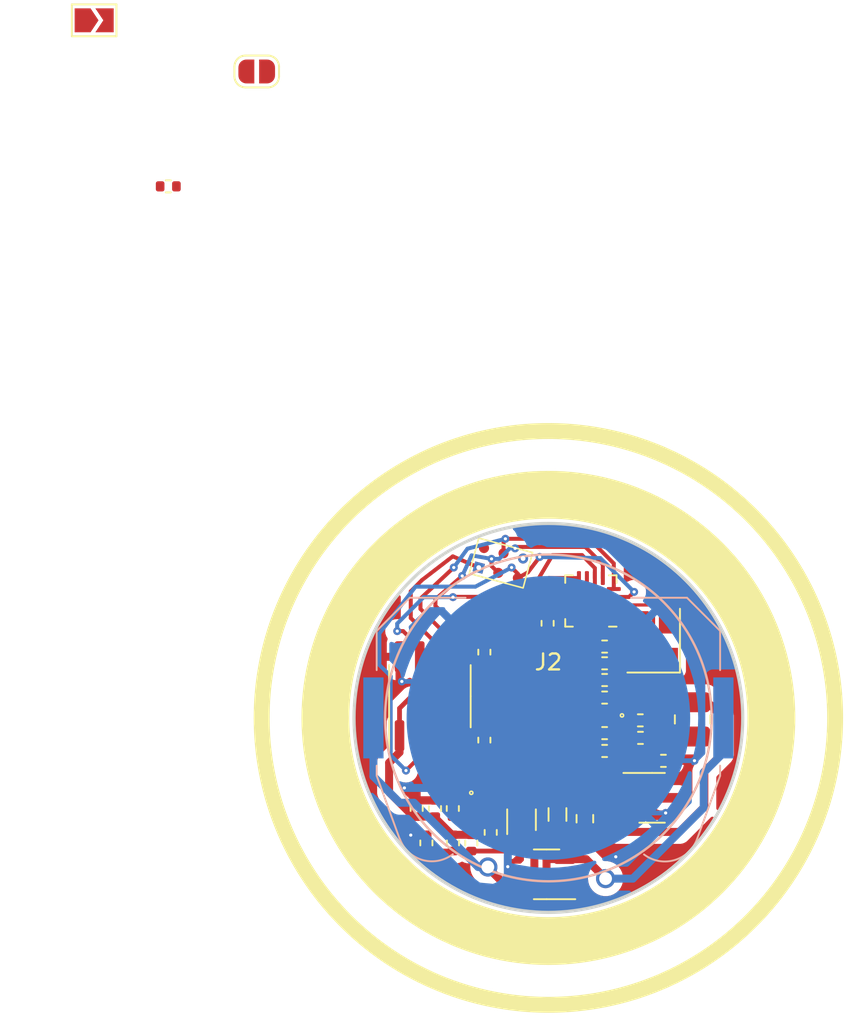
<source format=kicad_pcb>
(kicad_pcb (version 20240108) (generator "pcbnew") (generator_version "8.0")
  (layers (0 "F.Cu" signal) (31 "B.Cu" signal) (34 "B.Paste" user) (35 "F.Paste" user) (36 "B.SilkS" user "B.Silkscreen") (37 "F.SilkS" user "F.Silkscreen") (38 "B.Mask" user) (39 "F.Mask" user) (44 "Edge.Cuts" user))
  (net 0 "")
  (net 1 "Net-(BT1-+)")
  (net 2 "GND")
  (net 3 "Net-(BZ1-+)")
  (net 4 "+3V3")
  (net 5 "/~{TX_EN}")
  (net 6 "Net-(C7-Pad1)")
  (net 7 "Net-(U3-FB)")
  (net 8 "Net-(D1-K)")
  (net 9 "Net-(D1-A)")
  (net 10 "/MCU_UPDI")
  (net 11 "/MCU_SDA")
  (net 12 "/MCU_SCL")
  (net 13 "/MCU_DAC0")
  (net 14 "Net-(U3-SW)")
  (net 15 "Net-(Q1-D)")
  (net 16 "Net-(Q1-G)")
  (net 17 "Net-(U2-XA)")
  (net 18 "Net-(U2-XB)")
  (net 21 "Net-(D2-OUT)")
  (net 22 "Net-(D3-K)")
  (net 24 "/CLK3")
  (net 25 "/CLK3_T")
  (footprint "Inductor_SMD:L_1008_2520Metric" (layer "F.Cu") (at 84.67 104.01 90)
    (property "Reference" "L1" (hide yes))
    (property "Value" "220uH")
    (fp_line (start -0.261249 -1.110001) (end 0.261252 -1.11) (stroke (width 0.12)) (layer "F.SilkS"))
    (fp_line (start -0.261252 1.11) (end 0.261249 1.110001) (stroke (width 0.12)) (layer "F.SilkS"))
    (pad "1" smd roundrect (at -1.075002 0.000001 90) (size 1.25 2.2) (layers "F.Cu" "F.Paste" "F.Mask") (roundrect_rratio 0.2) (net 6 "Net-(C7-Pad1)"))
    (pad "2" smd roundrect (at 1.075002 -0.000001 90) (size 1.25 2.2) (layers "F.Cu" "F.Paste" "F.Mask") (roundrect_rratio 0.2) (net 4 "+3V3"))
  )
  (footprint "Library:Case_CR2032" (layer "F.Cu") (at 75.62 103.916925)
    (property "Reference" "U4" (hide yes))
    (property "Value" "~" (hide yes))
    (fp_circle (center 0 0) (end 14 0) (stroke (width 3)) (fill none) (layer "F.SilkS"))
    (fp_circle (center 0 0) (end 18 0) (stroke (width 1)) (fill none) (layer "F.SilkS"))
  )
  (footprint "Resistor_SMD:R_0402_1005Metric" (layer "F.Cu") (at 79.15 104.87)
    (property "Reference" "R6" (hide yes))
    (property "Value" "10")
    (fp_line (start -0.153639 -0.379998) (end 0.153639 -0.379998) (stroke (width 0.12)) (layer "F.SilkS"))
    (fp_line (start -0.153639 0.379998) (end 0.153639 0.379998) (stroke (width 0.12)) (layer "F.SilkS"))
    (pad "1" smd roundrect (at -0.51 -0.000001) (size 0.54 0.64) (layers "F.Cu" "F.Paste" "F.Mask") (net 9 "Net-(D1-A)"))
    (pad "2" smd roundrect (at 0.51 0.000001) (size 0.54 0.64) (layers "F.Cu" "F.Paste" "F.Mask") (net 16 "Net-(Q1-G)"))
  )
  (footprint "Resistor_SMD:R_0402_1005Metric" (layer "F.Cu") (at 79.15 105.99 180)
    (property "Reference" "R7" (hide yes))
    (property "Value" "5M")
    (fp_line (start -0.153639 0.379998) (end 0.153639 0.379998) (stroke (width 0.12)) (layer "F.SilkS"))
    (fp_line (start -0.153639 -0.379998) (end 0.153639 -0.379998) (stroke (width 0.12)) (layer "F.SilkS"))
    (pad "1" smd roundrect (at -0.51 -0.000001 180) (size 0.54 0.64) (layers "F.Cu" "F.Paste" "F.Mask") (net 16 "Net-(Q1-G)"))
    (pad "2" smd roundrect (at 0.51 0.000001 180) (size 0.54 0.64) (layers "F.Cu" "F.Paste" "F.Mask") (net 2 "GND"))
  )
  (footprint "Resistor_SMD:R_0402_1005Metric" (layer "F.Cu") (at 71.6 99.79 90)
    (property "Reference" "R2" (hide yes))
    (property "Value" "1k8")
    (fp_line (start -0.15364 -0.38) (end 0.153641 -0.379999) (stroke (width 0.12)) (layer "F.SilkS"))
    (fp_line (start -0.153641 0.379999) (end 0.15364 0.38) (stroke (width 0.12)) (layer "F.SilkS"))
    (pad "1" smd roundrect (at -0.51 -0.000001 90) (size 0.54 0.64) (layers "F.Cu" "F.Paste" "F.Mask") (net 4 "+3V3"))
    (pad "2" smd roundrect (at 0.51 0.000001 90) (size 0.54 0.64) (layers "F.Cu" "F.Paste" "F.Mask") (net 12 "/MCU_SCL"))
  )
  (footprint "Resistor_SMD:R_0402_1005Metric" (layer "F.Cu") (at 67.349999 109.6 90)
    (property "Reference" "C1" (hide yes))
    (property "Value" "100nF")
    (fp_line (start -0.153641 -0.38) (end 0.153641 -0.38) (stroke (width 0.12)) (layer "F.SilkS"))
    (fp_line (start -0.153641 0.38) (end 0.153641 0.38) (stroke (width 0.12)) (layer "F.SilkS"))
    (pad "1" smd roundrect (at -0.51 0 90) (size 0.54 0.64) (layers "F.Cu" "F.Paste" "F.Mask") (net 4 "+3V3"))
    (pad "2" smd roundrect (at 0.51 0 90) (size 0.54 0.64) (layers "F.Cu" "F.Paste" "F.Mask") (net 2 "GND"))
  )
  (footprint "Package_TO_SOT_SMD:SOT-23-3" (layer "F.Cu") (at 82.13 108.93)
    (property "Reference" "Q1" (hide yes))
    (property "Value" "MMUN2238LT1G")
    (fp_line (start 0 -1.56) (end -1.799999 -1.559999) (stroke (width 0.12)) (layer "F.SilkS"))
    (fp_line (start 0 -1.56) (end 0.8 -1.56) (stroke (width 0.12)) (layer "F.SilkS"))
    (fp_line (start 0 1.56) (end -0.8 1.56) (stroke (width 0.12)) (layer "F.SilkS"))
    (fp_line (start 0 1.56) (end 0.8 1.56) (stroke (width 0.12)) (layer "F.SilkS"))
    (pad "1" smd roundrect (at -1.1375 -0.95) (size 1.325 0.6) (layers "F.Cu" "F.Paste" "F.Mask") (net 15 "Net-(Q1-D)"))
    (pad "2" smd roundrect (at -1.1375 0.95) (size 1.325 0.6) (layers "F.Cu" "F.Paste" "F.Mask") (net 2 "GND"))
    (pad "3" smd roundrect (at 1.1375 0) (size 1.325 0.6) (layers "F.Cu" "F.Paste" "F.Mask") (net 16 "Net-(Q1-G)"))
  )
  (footprint "Package_TO_SOT_SMD:SOT-563" (layer "F.Cu") (at 73.933476 110.305557 90)
    (property "Reference" "U3" (hide yes))
    (property "Value" "TLV62568DRL")
    (fp_line (start -0.9 -0.9) (end 0.65 -0.9) (stroke (width 0.12)) (layer "F.SilkS"))
    (fp_line (start 0.649999 0.900001) (end -0.65 0.9) (stroke (width 0.12)) (layer "F.SilkS"))
    (pad "1" smd rect (at -0.750001 -0.5 90) (size 0.7 0.34) (layers "F.Cu" "F.Paste" "F.Mask") (net 7 "Net-(U3-FB)"))
    (pad "2" smd rect (at -0.75 0 90) (size 0.7 0.34) (layers "F.Cu" "F.Paste" "F.Mask") (net 2 "GND"))
    (pad "3" smd rect (at -0.75 0.5 90) (size 0.7 0.34) (layers "F.Cu" "F.Paste" "F.Mask") (net 21 "Net-(D2-OUT)"))
    (pad "4" smd rect (at 0.750001 0.5 90) (size 0.7 0.34) (layers "F.Cu" "F.Paste" "F.Mask") (net 14 "Net-(U3-SW)"))
    (pad "5" smd rect (at 0.75 0 90) (size 0.7 0.34) (layers "F.Cu" "F.Paste" "F.Mask") (net 21 "Net-(D2-OUT)"))
    (pad "6" smd rect (at 0.75 -0.5 90) (size 0.7 0.34) (layers "F.Cu" "F.Paste" "F.Mask"))
  )
  (footprint "Resistor_SMD:R_0402_1005Metric" (layer "F.Cu") (at 75.57 97.98 -90)
    (property "Reference" "R3" (hide yes))
    (property "Value" "0R")
    (fp_line (start -0.15364 0.379998) (end 0.153639 0.379999) (stroke (width 0.12)) (layer "F.SilkS"))
    (fp_line (start -0.153639 -0.379999) (end 0.15364 -0.379998) (stroke (width 0.12)) (layer "F.SilkS"))
    (pad "1" smd roundrect (at -0.51 -0.000001 270) (size 0.54 0.64) (layers "F.Cu" "F.Paste" "F.Mask") (net 25 "/CLK3_T"))
    (pad "2" smd roundrect (at 0.51 0.000001 270) (size 0.54 0.64) (layers "F.Cu" "F.Paste" "F.Mask") (net 24 "/CLK3"))
  )
  (footprint "Jumper:SolderJumper-2_P1.3mm_Open_RoundedPad1.0x1.5mm" (layer "F.Cu") (at 57.31 63.36)
    (property "Reference" "BZ1" (hide yes))
    (property "Value" "Buzzer Pads")
    (fp_line (start -1.4 0.3) (end -1.4 -0.3) (stroke (width 0.12)) (layer "F.SilkS"))
    (fp_line (start -0.7 -1) (end 0.7 -1) (stroke (width 0.12)) (layer "F.SilkS"))
    (fp_line (start 0.7 1) (end -0.7 1) (stroke (width 0.12)) (layer "F.SilkS"))
    (fp_line (start 1.4 -0.3) (end 1.4 0.3) (stroke (width 0.12)) (layer "F.SilkS"))
    (fp_arc (start -1.4 -0.3) (mid -1.194975 -0.794975) (end -0.7 -1) (stroke (width 0.12)) (layer "F.SilkS"))
    (fp_arc (start -0.7 1) (mid -1.194975 0.794975) (end -1.4 0.3) (stroke (width 0.12)) (layer "F.SilkS"))
    (fp_arc (start 0.7 -1) (mid 1.194975 -0.794975) (end 1.4 -0.3) (stroke (width 0.12)) (layer "F.SilkS"))
    (fp_arc (start 1.4 0.3) (mid 1.194975 0.794975) (end 0.7 1) (stroke (width 0.12)) (layer "F.SilkS"))
    (pad "1" smd custom (at -0.65 0) (size 1 0.5) (layers "F.Cu" "F.Mask") (net 3 "Net-(BZ1-+)") (options (clearance outline) (anchor rect)) (primitives (gr_circle (center 0 0.25) (end 0.5 0.25) (width 0) (fill yes)) (gr_circle (center 0 -0.25) (end 0.5 -0.25) (width 0) (fill yes)) (gr_poly (pts (xy 0.5 0.75) (xy 0 0.75) (xy 0 -0.75) (xy 0.5 -0.75)) (width 0) (fill yes))))
    (pad "2" smd custom (at 0.65 0) (size 1 0.5) (layers "F.Cu" "F.Mask") (net 2 "GND") (options (clearance outline) (anchor rect)) (primitives (gr_circle (center 0 0.25) (end 0.5 0.25) (width 0) (fill yes)) (gr_circle (center 0 -0.25) (end 0.5 -0.25) (width 0) (fill yes)) (gr_poly (pts (xy 0 0.75) (xy -0.5 0.75) (xy -0.5 -0.75) (xy 0 -0.75)) (width 0) (fill yes))))
  )
  (footprint "Resistor_SMD:R_0402_1005Metric" (layer "F.Cu") (at 70.779999 111.76 -90)
    (property "Reference" "C8" (hide yes))
    (property "Value" "10pF")
    (fp_line (start -0.15364 0.379998) (end 0.153639 0.379999) (stroke (width 0.12)) (layer "F.SilkS"))
    (fp_line (start -0.153639 -0.379999) (end 0.15364 -0.379998) (stroke (width 0.12)) (layer "F.SilkS"))
    (pad "1" smd roundrect (at -0.509998 0.000002 270) (size 0.54 0.64) (layers "F.Cu" "F.Paste" "F.Mask") (net 4 "+3V3"))
    (pad "2" smd roundrect (at 0.509998 -0.000002 270) (size 0.54 0.64) (layers "F.Cu" "F.Paste" "F.Mask") (net 7 "Net-(U3-FB)"))
  )
  (footprint "Package_SO:SOIC-8_3.9x4.9mm_P1.27mm" (layer "F.Cu") (at 68.18 102.556925 90)
    (property "Reference" "U1" (hide yes))
    (property "Value" "ATtiny412-SS")
    (fp_line (start 0 -2.56) (end 1.95 -2.56) (stroke (width 0.12)) (layer "F.SilkS"))
    (fp_line (start 0 -2.56) (end -3.45 -2.56) (stroke (width 0.12)) (layer "F.SilkS"))
    (fp_line (start 0 2.56) (end 1.95 2.56) (stroke (width 0.12)) (layer "F.SilkS"))
    (fp_line (start 0 2.56) (end -1.95 2.56) (stroke (width 0.12)) (layer "F.SilkS"))
    (pad "1" smd roundrect (at -2.475 -1.905 90) (size 1.95 0.6) (layers "F.Cu" "F.Paste" "F.Mask") (net 4 "+3V3"))
    (pad "2" smd roundrect (at -2.475 -0.635 90) (size 1.95 0.6) (layers "F.Cu" "F.Paste" "F.Mask") (net 13 "/MCU_DAC0"))
    (pad "3" smd roundrect (at -2.475 0.635 90) (size 1.95 0.6) (layers "F.Cu" "F.Paste" "F.Mask") (net 9 "Net-(D1-A)"))
    (pad "4" smd roundrect (at -2.475 1.905 90) (size 1.95 0.6) (layers "F.Cu" "F.Paste" "F.Mask") (net 11 "/MCU_SDA"))
    (pad "5" smd roundrect (at 2.475 1.905 90) (size 1.95 0.6) (layers "F.Cu" "F.Paste" "F.Mask") (net 12 "/MCU_SCL"))
    (pad "6" smd roundrect (at 2.475 0.635 90) (size 1.95 0.6) (layers "F.Cu" "F.Paste" "F.Mask") (net 10 "/MCU_UPDI"))
    (pad "7" smd roundrect (at 2.475 -0.635 90) (size 1.95 0.6) (layers "F.Cu" "F.Paste" "F.Mask") (net 5 "/~{TX_EN}"))
    (pad "8" smd roundrect (at 2.475 -1.905 90) (size 1.95 0.6) (layers "F.Cu" "F.Paste" "F.Mask") (net 2 "GND"))
  )
  (footprint "Resistor_SMD:R_0402_1005Metric" (layer "F.Cu") (at 67.96 111.76 90)
    (property "Reference" "R10" (hide yes))
    (property "Value" "22k")
    (fp_line (start -0.153641 -0.379999) (end 0.15364 -0.38) (stroke (width 0.12)) (layer "F.SilkS"))
    (fp_line (start -0.15364 0.38) (end 0.153641 0.379999) (stroke (width 0.12)) (layer "F.SilkS"))
    (pad "1" smd roundrect (at -0.51 -0.000001 90) (size 0.54 0.64) (layers "F.Cu" "F.Paste" "F.Mask") (net 7 "Net-(U3-FB)"))
    (pad "2" smd roundrect (at 0.51 0.000001 90) (size 0.54 0.64) (layers "F.Cu" "F.Paste" "F.Mask") (net 2 "GND"))
  )
  (footprint "LED_SMD:LED_0402_1005Metric" (layer "F.Cu") (at 79.15 103.76 180)
    (property "Reference" "D1" (hide yes))
    (property "Value" "RED")
    (fp_circle (center -1.089999 0) (end -1.040002 -0.000004) (stroke (width 0.1)) (fill none) (layer "F.SilkS"))
    (pad "1" smd roundrect (at -0.484998 0 180) (size 0.59 0.64) (layers "F.Cu" "F.Paste" "F.Mask") (net 8 "Net-(D1-K)"))
    (pad "2" smd roundrect (at 0.484998 0 180) (size 0.59 0.64) (layers "F.Cu" "F.Paste" "F.Mask") (net 9 "Net-(D1-A)"))
  )
  (footprint "Library:RF_Solder_Pad" (layer "F.Cu") (at 75.62 103.916925)
    (property "Reference" "J2" (at 0 -3.5 0) (layer "F.SilkS"))
    (property "Value" "Conn_Coaxial")
    (pad "1" smd circle (at 0 0) (size 4 4) (layers "F.Cu" "F.Paste" "F.Mask") (net 24 "/CLK3"))
  )
  (footprint "Resistor_SMD:R_0402_1005Metric" (layer "F.Cu") (at 51.7575 70.5675)
    (property "Reference" "C6" (hide yes))
    (property "Value" "100nF")
    (fp_line (start -0.153641 -0.38) (end 0.153641 -0.38) (stroke (width 0.12)) (layer "F.SilkS"))
    (fp_line (start -0.153641 0.38) (end 0.153641 0.38) (stroke (width 0.12)) (layer "F.SilkS"))
    (pad "1" smd roundrect (at -0.51 0) (size 0.54 0.64) (layers "F.Cu" "F.Paste" "F.Mask") (net 2 "GND"))
    (pad "2" smd roundrect (at 0.51 0) (size 0.54 0.64) (layers "F.Cu" "F.Paste" "F.Mask") (net 5 "/~{TX_EN}"))
  )
  (footprint "Resistor_SMD:R_0402_1005Metric" (layer "F.Cu") (at 71.6 105.31 -90)
    (property "Reference" "R1" (hide yes))
    (property "Value" "1k8")
    (fp_line (start -0.153641 0.38) (end 0.153641 0.38) (stroke (width 0.12)) (layer "F.SilkS"))
    (fp_line (start -0.153641 -0.38) (end 0.153641 -0.38) (stroke (width 0.12)) (layer "F.SilkS"))
    (pad "1" smd roundrect (at -0.51 0 270) (size 0.54 0.64) (layers "F.Cu" "F.Paste" "F.Mask") (net 4 "+3V3"))
    (pad "2" smd roundrect (at 0.51 0 270) (size 0.54 0.64) (layers "F.Cu" "F.Paste" "F.Mask") (net 11 "/MCU_SDA"))
  )
  (footprint "Resistor_SMD:R_0402_1005Metric" (layer "F.Cu") (at 69.619999 109.6 90)
    (property "Reference" "R11" (hide yes))
    (property "Value" "100")
    (fp_line (start -0.153639 -0.379999) (end 0.15364 -0.379998) (stroke (width 0.12)) (layer "F.SilkS"))
    (fp_line (start -0.15364 0.379998) (end 0.153639 0.379999) (stroke (width 0.12)) (layer "F.SilkS"))
    (pad "1" smd roundrect (at -0.51 -0.000001 90) (size 0.54 0.64) (layers "F.Cu" "F.Paste" "F.Mask") (net 22 "Net-(D3-K)"))
    (pad "2" smd roundrect (at 0.51 0.000001 90) (size 0.54 0.64) (layers "F.Cu" "F.Paste" "F.Mask") (net 2 "GND"))
  )
  (footprint "Resistor_SMD:R_0402_1005Metric" (layer "F.Cu") (at 79.15 100.489998 180)
    (property "Reference" "C3" (hide yes))
    (property "Value" "100nF")
    (fp_line (start -0.153639 0.379998) (end 0.153639 0.379998) (stroke (width 0.12)) (layer "F.SilkS"))
    (fp_line (start -0.153639 -0.379998) (end 0.153639 -0.379998) (stroke (width 0.12)) (layer "F.SilkS"))
    (pad "1" smd roundrect (at -0.51 -0.000001 180) (size 0.54 0.64) (layers "F.Cu" "F.Paste" "F.Mask") (net 4 "+3V3"))
    (pad "2" smd roundrect (at 0.51 0.000001 180) (size 0.54 0.64) (layers "F.Cu" "F.Paste" "F.Mask") (net 2 "GND"))
  )
  (footprint "Library:Crystal_SMD_Kyocera_CX3225SB-4Pin_3.2x2.5mm" (layer "F.Cu") (at 82.23 99.069999 90)
    (property "Reference" "Y1" (hide yes))
    (property "Value" "25MHz")
    (fp_line (start -2.000001 -1.65) (end -2 1.65) (stroke (width 0.12)) (layer "F.SilkS"))
    (fp_line (start -2 1.65) (end 2.000001 1.65) (stroke (width 0.12)) (layer "F.SilkS"))
    (pad "1" smd rect (at -1.15 0.925 90) (size 1.4 1.2) (layers "F.Cu" "F.Paste" "F.Mask") (net 18 "Net-(U2-XB)"))
    (pad "2" smd rect (at 1.149999 0.924999 90) (size 1.4 1.2) (layers "F.Cu" "F.Paste" "F.Mask") (net 2 "GND"))
    (pad "3" smd rect (at 1.15 -0.925 90) (size 1.4 1.2) (layers "F.Cu" "F.Paste" "F.Mask") (net 17 "Net-(U2-XA)"))
    (pad "4" smd rect (at -1.149999 -0.924999 90) (size 1.4 1.2) (layers "F.Cu" "F.Paste" "F.Mask") (net 2 "GND"))
  )
  (footprint "Resistor_SMD:R_0402_1005Metric" (layer "F.Cu") (at 81.390001 104.069998)
    (property "Reference" "C7" (hide yes))
    (property "Value" "100nF")
    (fp_line (start -0.153639 -0.379998) (end 0.153639 -0.379998) (stroke (width 0.12)) (layer "F.SilkS"))
    (fp_line (start -0.153639 0.379998) (end 0.153639 0.379998) (stroke (width 0.12)) (layer "F.SilkS"))
    (pad "1" smd roundrect (at -0.51 -0.000001) (size 0.54 0.64) (layers "F.Cu" "F.Paste" "F.Mask") (net 6 "Net-(C7-Pad1)"))
    (pad "2" smd roundrect (at 0.51 0.000001) (size 0.54 0.64) (layers "F.Cu" "F.Paste" "F.Mask") (net 3 "Net-(BZ1-+)"))
  )
  (footprint "Resistor_SMD:R_0402_1005Metric" (layer "F.Cu") (at 79.15 101.54 180)
    (property "Reference" "C5" (hide yes))
    (property "Value" "10uF")
    (fp_line (start -0.153641 0.38) (end 0.153641 0.38) (stroke (width 0.12)) (layer "F.SilkS"))
    (fp_line (start -0.153641 -0.38) (end 0.153641 -0.38) (stroke (width 0.12)) (layer "F.SilkS"))
    (pad "1" smd roundrect (at -0.51 -0.000001 180) (size 0.54 0.64) (layers "F.Cu" "F.Paste" "F.Mask") (net 4 "+3V3"))
    (pad "2" smd roundrect (at 0.51 0.000001 180) (size 0.54 0.64) (layers "F.Cu" "F.Paste" "F.Mask") (net 2 "GND"))
  )
  (footprint "LED_SMD:LED_0402_1005Metric" (layer "F.Cu") (at 70.78 109.707497 -90)
    (property "Reference" "D3" (hide yes))
    (property "Value" "RED")
    (fp_circle (center -1.089999 -0.000001) (end -1.040002 -0.000002) (stroke (width 0.1)) (fill none) (layer "F.SilkS"))
    (pad "1" smd roundrect (at -0.484998 0 270) (size 0.59 0.64) (layers "F.Cu" "F.Paste" "F.Mask") (net 22 "Net-(D3-K)"))
    (pad "2" smd roundrect (at 0.484998 0 270) (size 0.59 0.64) (layers "F.Cu" "F.Paste" "F.Mask") (net 4 "+3V3"))
  )
  (footprint "Package_DFN_QFN:QFN-16-1EP_3x3mm_P0.5mm_EP1.45x1.45mm" (layer "F.Cu") (at 78.287502 96.579998 180)
    (property "Reference" "U2" (hide yes))
    (property "Value" "Si5351B-B-GM1")
    (fp_line (start 1.61 1.61) (end 1.61 1.135) (stroke (width 0.12)) (layer "F.SilkS"))
    (fp_line (start 1.61 -1.61) (end 1.61 -1.135) (stroke (width 0.12)) (layer "F.SilkS"))
    (fp_line (start 1.135 1.61) (end 1.61 1.61) (stroke (width 0.12)) (layer "F.SilkS"))
    (fp_line (start 1.135 -1.61) (end 1.61 -1.61) (stroke (width 0.12)) (layer "F.SilkS"))
    (fp_line (start -1.135 1.61) (end -1.61 1.61) (stroke (width 0.12)) (layer "F.SilkS"))
    (fp_line (start -1.135 -1.61) (end -1.61 -1.61) (stroke (width 0.12)) (layer "F.SilkS"))
    (fp_line (start -1.61 1.61) (end -1.61 1.135) (stroke (width 0.12)) (layer "F.SilkS"))
    (pad "1" smd roundrect (at -1.4375 -0.750002 180) (size 0.875 0.25) (layers "F.Cu" "F.Paste" "F.Mask") (net 17 "Net-(U2-XA)"))
    (pad "2" smd roundrect (at -1.4375 -0.249999 180) (size 0.875 0.25) (layers "F.Cu" "F.Paste" "F.Mask") (net 18 "Net-(U2-XB)"))
    (pad "3" smd roundrect (at -1.4375 0.249999 180) (size 0.875 0.25) (layers "F.Cu" "F.Paste" "F.Mask") (net 13 "/MCU_DAC0"))
    (pad "4" smd roundrect (at -1.437499 0.750001 180) (size 0.875 0.25) (layers "F.Cu" "F.Paste" "F.Mask") (net 12 "/MCU_SCL"))
    (pad "5" smd roundrect (at -0.750002 1.4375 180) (size 0.25 0.875) (layers "F.Cu" "F.Paste" "F.Mask") (net 11 "/MCU_SDA"))
    (pad "6" smd roundrect (at -0.249999 1.4375 180) (size 0.25 0.875) (layers "F.Cu" "F.Paste" "F.Mask") (net 5 "/~{TX_EN}"))
    (pad "7" smd roundrect (at 0.249999 1.4375 180) (size 0.25 0.875) (layers "F.Cu" "F.Paste" "F.Mask"))
    (pad "8" smd roundrect (at 0.750001 1.437499 180) (size 0.25 0.875) (layers "F.Cu" "F.Paste" "F.Mask") (net 4 "+3V3"))
    (pad "9" smd roundrect (at 1.4375 0.750002 180) (size 0.875 0.25) (layers "F.Cu" "F.Paste" "F.Mask") (net 4 "+3V3"))
    (pad "10" smd roundrect (at 1.4375 0.249999 180) (size 0.875 0.25) (layers "F.Cu" "F.Paste" "F.Mask"))
    (pad "11" smd roundrect (at 1.4375 -0.249999 180) (size 0.875 0.25) (layers "F.Cu" "F.Paste" "F.Mask") (net 4 "+3V3"))
    (pad "12" smd roundrect (at 1.437499 -0.750001 180) (size 0.875 0.25) (layers "F.Cu" "F.Paste" "F.Mask") (net 25 "/CLK3_T"))
    (pad "13" smd roundrect (at 0.750002 -1.4375 180) (size 0.25 0.875) (layers "F.Cu" "F.Paste" "F.Mask"))
    (pad "14" smd roundrect (at 0.249999 -1.4375 180) (size 0.25 0.875) (layers "F.Cu" "F.Paste" "F.Mask") (net 4 "+3V3"))
    (pad "15" smd roundrect (at -0.249999 -1.4375 180) (size 0.25 0.875) (layers "F.Cu" "F.Paste" "F.Mask") (net 2 "GND"))
    (pad "16" smd roundrect (at -0.750001 -1.437499 180) (size 0.25 0.875) (layers "F.Cu" "F.Paste" "F.Mask") (net 4 "+3V3"))
    (pad "17" smd rect (at 0 0 180) (size 1.45 1.45) (layers "F.Cu" "F.Mask"))
  )
  (footprint "Resistor_SMD:R_0402_1005Metric" (layer "F.Cu") (at 72 111.1 -90)
    (property "Reference" "C10" (hide yes))
    (property "Value" "4.7uF")
    (fp_line (start -0.153641 0.38) (end 0.153641 0.38) (stroke (width 0.12)) (layer "F.SilkS"))
    (fp_line (start -0.153641 -0.38) (end 0.153641 -0.38) (stroke (width 0.12)) (layer "F.SilkS"))
    (pad "1" smd roundrect (at -0.509999 0.000002 270) (size 0.54 0.64) (layers "F.Cu" "F.Paste" "F.Mask") (net 21 "Net-(D2-OUT)"))
    (pad "2" smd roundrect (at 0.509999 -0.000002 270) (size 0.54 0.64) (layers "F.Cu" "F.Paste" "F.Mask") (net 2 "GND"))
  )
  (footprint "Resistor_SMD:R_0402_1005Metric" (layer "F.Cu") (at 79.15 99.44 180)
    (property "Reference" "C4" (hide yes))
    (property "Value" "100nF")
    (fp_line (start -0.153639 -0.379999) (end 0.15364 -0.379998) (stroke (width 0.12)) (layer "F.SilkS"))
    (fp_line (start -0.15364 0.379998) (end 0.153639 0.379999) (stroke (width 0.12)) (layer "F.SilkS"))
    (pad "1" smd roundrect (at -0.51 -0.000001 180) (size 0.54 0.64) (layers "F.Cu" "F.Paste" "F.Mask") (net 4 "+3V3"))
    (pad "2" smd roundrect (at 0.51 0.000001 180) (size 0.54 0.64) (layers "F.Cu" "F.Paste" "F.Mask") (net 2 "GND"))
  )
  (footprint "Jumper:SolderJumper-2_P1.3mm_Open_TrianglePad1.0x1.5mm" (layer "F.Cu") (at 47.105 60.15)
    (property "Reference" "JP1" (hide yes))
    (property "Value" "Jumper_2_Open")
    (fp_line (start -1.4 -1) (end 1.4 -1) (stroke (width 0.12)) (layer "F.SilkS"))
    (fp_line (start -1.4 1) (end -1.4 -1) (stroke (width 0.12)) (layer "F.SilkS"))
    (fp_line (start 1.4 -1) (end 1.4 1) (stroke (width 0.12)) (layer "F.SilkS"))
    (fp_line (start 1.4 1) (end -1.4 1) (stroke (width 0.12)) (layer "F.SilkS"))
    (pad "1" smd custom (at -0.725 0) (size 0.3 0.3) (layers "F.Cu" "F.Mask") (net 5 "/~{TX_EN}") (options (clearance outline) (anchor rect)) (primitives (gr_poly (pts (xy 1 0) (xy 0.5 0.75) (xy -0.5 0.75) (xy -0.5 -0.75) (xy 0.5 -0.75)) (width 0) (fill yes))))
    (pad "2" smd custom (at 0.725 0) (size 0.3 0.3) (layers "F.Cu" "F.Mask") (net 2 "GND") (options (clearance outline) (anchor rect)) (primitives (gr_poly (pts (xy 0.5 0.75) (xy -0.65 0.75) (xy -0.15 0) (xy -0.65 -0.75) (xy 0.5 -0.75)) (width 0) (fill yes))))
  )
  (footprint "Resistor_SMD:R_0603_1608Metric" (layer "F.Cu") (at 77.91 110.24 -90)
    (property "Reference" "C9" (hide yes))
    (property "Value" "22uF")
    (fp_line (start -0.237258 0.5225) (end 0.237258 0.5225) (stroke (width 0.12)) (layer "F.SilkS"))
    (fp_line (start -0.237258 -0.5225) (end 0.237258 -0.5225) (stroke (width 0.12)) (layer "F.SilkS"))
    (pad "1" smd roundrect (at -0.825 0 270) (size 0.8 0.95) (layers "F.Cu" "F.Paste" "F.Mask") (net 4 "+3V3"))
    (pad "2" smd roundrect (at 0.825 0 270) (size 0.8 0.95) (layers "F.Cu" "F.Paste" "F.Mask") (net 2 "GND"))
  )
  (footprint "Resistor_SMD:R_0402_1005Metric" (layer "F.Cu") (at 81.399999 105.17 180)
    (property "Reference" "R5" (hide yes))
    (property "Value" "10")
    (fp_line (start -0.153639 0.379998) (end 0.153639 0.379998) (stroke (width 0.12)) (layer "F.SilkS"))
    (fp_line (start -0.153639 -0.379998) (end 0.153639 -0.379998) (stroke (width 0.12)) (layer "F.SilkS"))
    (pad "1" smd roundrect (at -0.51 -0.000001 180) (size 0.54 0.64) (layers "F.Cu" "F.Paste" "F.Mask") (net 15 "Net-(Q1-D)"))
    (pad "2" smd roundrect (at 0.51 0.000001 180) (size 0.54 0.64) (layers "F.Cu" "F.Paste" "F.Mask") (net 6 "Net-(C7-Pad1)"))
  )
  (footprint "Resistor_SMD:R_0402_1005Metric" (layer "F.Cu") (at 82.84 106.61)
    (property "Reference" "R4" (hide yes))
    (property "Value" "10k")
    (fp_line (start -0.153639 -0.379998) (end 0.153639 -0.379998) (stroke (width 0.12)) (layer "F.SilkS"))
    (fp_line (start -0.153639 0.379998) (end 0.153639 0.379998) (stroke (width 0.12)) (layer "F.SilkS"))
    (pad "1" smd roundrect (at -0.51 -0.000001) (size 0.54 0.64) (layers "F.Cu" "F.Paste" "F.Mask") (net 3 "Net-(BZ1-+)"))
    (pad "2" smd roundrect (at 0.51 0.000001) (size 0.54 0.64) (layers "F.Cu" "F.Paste" "F.Mask") (net 2 "GND"))
  )
  (footprint "Resistor_SMD:R_0402_1005Metric" (layer "F.Cu") (at 79.15 102.639999 180)
    (property "Reference" "R8" (hide yes))
    (property "Value" "100")
    (fp_line (start -0.15364 -0.38) (end 0.153641 -0.379999) (stroke (width 0.12)) (layer "F.SilkS"))
    (fp_line (start -0.153641 0.379999) (end 0.15364 0.38) (stroke (width 0.12)) (layer "F.SilkS"))
    (pad "1" smd roundrect (at -0.51 -0.000001 180) (size 0.54 0.64) (layers "F.Cu" "F.Paste" "F.Mask") (net 8 "Net-(D1-K)"))
    (pad "2" smd roundrect (at 0.51 0.000001 180) (size 0.54 0.64) (layers "F.Cu" "F.Paste" "F.Mask") (net 2 "GND"))
  )
  (footprint "Package_TO_SOT_SMD:SOT-23-3" (layer "F.Cu") (at 75.5075 113.73 180)
    (property "Reference" "D2" (hide yes))
    (property "Value" "CM1213A-01SO")
    (fp_line (start 0 1.56) (end 0.8 1.56) (stroke (width 0.12)) (layer "F.SilkS"))
    (fp_line (start 0 1.56) (end -0.8 1.56) (stroke (width 0.12)) (layer "F.SilkS"))
    (fp_line (start 0 -1.56) (end 0.8 -1.56) (stroke (width 0.12)) (layer "F.SilkS"))
    (fp_line (start 0 -1.56) (end -1.800001 -1.559999) (stroke (width 0.12)) (layer "F.SilkS"))
    (pad "1" smd roundrect (at -1.1375 -0.95 180) (size 1.325 0.6) (layers "F.Cu" "F.Paste" "F.Mask") (net 2 "GND"))
    (pad "2" smd roundrect (at -1.1375 0.95 180) (size 1.325 0.6) (layers "F.Cu" "F.Paste" "F.Mask") (net 1 "Net-(BT1-+)"))
    (pad "3" smd roundrect (at 1.1375 0 180) (size 1.325 0.6) (layers "F.Cu" "F.Paste" "F.Mask") (net 21 "Net-(D2-OUT)"))
  )
  (footprint "Resistor_SMD:R_0402_1005Metric" (layer "F.Cu") (at 68.499999 109.6 90)
    (property "Reference" "C2" (hide yes))
    (property "Value" "10uF")
    (fp_line (start -0.153641 -0.38) (end 0.153641 -0.38) (stroke (width 0.12)) (layer "F.SilkS"))
    (fp_line (start -0.153641 0.38) (end 0.153641 0.38) (stroke (width 0.12)) (layer "F.SilkS"))
    (pad "1" smd roundrect (at -0.51 0 90) (size 0.54 0.64) (layers "F.Cu" "F.Paste" "F.Mask") (net 4 "+3V3"))
    (pad "2" smd roundrect (at 0.51 0 90) (size 0.54 0.64) (layers "F.Cu" "F.Paste" "F.Mask") (net 2 "GND"))
  )
  (footprint "Resistor_SMD:R_0402_1005Metric" (layer "F.Cu") (at 69.63 111.76 -90)
    (property "Reference" "R9" (hide yes))
    (property "Value" "120k")
    (fp_line (start -0.15364 0.379998) (end 0.153639 0.379999) (stroke (width 0.12)) (layer "F.SilkS"))
    (fp_line (start -0.153639 -0.379999) (end 0.15364 -0.379998) (stroke (width 0.12)) (layer "F.SilkS"))
    (pad "1" smd roundrect (at -0.509998 0.000002 270) (size 0.54 0.64) (layers "F.Cu" "F.Paste" "F.Mask") (net 4 "+3V3"))
    (pad "2" smd roundrect (at 0.509998 -0.000002 270) (size 0.54 0.64) (layers "F.Cu" "F.Paste" "F.Mask") (net 7 "Net-(U3-FB)"))
  )
  (footprint "Library:2x3_1.27mm_Pogo_Header" (layer "F.Cu") (at 72.64 94.2 75)
    (property "Reference" "J1" (hide yes))
    (property "Value" "1.27mm Pogo Pads")
    (fp_poly (pts (xy -1.15 -1.75) (xy -1.15 1.75) (xy 1.15 1.75) (xy 1.15 -1.75)) (stroke (width 0.1)) (fill none) (layer "F.SilkS"))
    (pad "1" thru_hole rect (at -0.635 -1.27 345) (size 0.635 0.635) (drill 0.3) (layers "*.Cu" "*.Mask") (net 10 "/MCU_UPDI"))
    (pad "2" smd circle (at 0.635001 -1.27 345) (size 0.635 0.635) (layers "F.Cu" "F.Paste" "F.Mask") (net 4 "+3V3"))
    (pad "3" smd circle (at -0.635 0.000001 345) (size 0.635 0.635) (layers "F.Cu" "F.Paste" "F.Mask") (net 11 "/MCU_SDA"))
    (pad "4" smd circle (at 0.635 -0.000002 345) (size 0.635 0.635) (layers "F.Cu" "F.Paste" "F.Mask") (net 12 "/MCU_SCL"))
    (pad "5" smd circle (at -0.634999 1.270003 345) (size 0.635 0.635) (layers "F.Cu" "F.Paste" "F.Mask") (net 13 "/MCU_DAC0"))
    (pad "6" thru_hole circle (at 0.635 1.270001 345) (size 0.635 0.635) (drill 0.3) (layers "*.Cu" "*.Mask") (net 2 "GND"))
  )
  (footprint "Inductor_SMD:L_0805_2012Metric" (layer "F.Cu") (at 76.19 109.9775 90)
    (property "Reference" "L2" (hide yes))
    (property "Value" "4.7uH")
    (fp_line (start -0.399622 -0.560001) (end 0.399622 -0.56) (stroke (width 0.12)) (layer "F.SilkS"))
    (fp_line (start -0.399622 0.56) (end 0.399622 0.560001) (stroke (width 0.12)) (layer "F.SilkS"))
    (pad "1" smd roundrect (at -1.0625 0 90) (size 0.875 1.2) (layers "F.Cu" "F.Paste" "F.Mask") (net 14 "Net-(U3-SW)"))
    (pad "2" smd roundrect (at 1.0625 0 90) (size 0.875 1.2) (layers "F.Cu" "F.Paste" "F.Mask") (net 4 "+3V3"))
  )
  (footprint "Battery:BatteryHolder_Keystone_3034_1x20mm" (layer "B.Cu") (at 75.62 103.916925 180)
    (property "Reference" "BT1" (hide yes))
    (property "Value" "CR2032" (hide yes))
    (fp_line (start 10.78 5.46) (end 8.7 7.54) (stroke (width 0.12)) (layer "B.SilkS"))
    (fp_line (start 10.78 3) (end 10.78 5.46) (stroke (width 0.12)) (layer "B.SilkS"))
    (fp_line (start 10.78 -3.63) (end 10.78 -3) (stroke (width 0.12)) (layer "B.SilkS"))
    (fp_line (start 9.34 -7.58) (end 10.78 -3.63) (stroke (width 0.12)) (layer "B.SilkS"))
    (fp_line (start 5.2 7.54) (end 8.7 7.54) (stroke (width 0.12)) (layer "B.SilkS"))
    (fp_line (start -8.7 7.54) (end -5.2 7.54) (stroke (width 0.12)) (layer "B.SilkS"))
    (fp_line (start -9.34 -7.58) (end -10.78 -3.63) (stroke (width 0.12)) (layer "B.SilkS"))
    (fp_line (start -10.78 5.46) (end -8.7 7.54) (stroke (width 0.12)) (layer "B.SilkS"))
    (fp_line (start -10.78 3) (end -10.78 5.46) (stroke (width 0.12)) (layer "B.SilkS"))
    (fp_line (start -10.78 -3.63) (end -10.78 -3) (stroke (width 0.12)) (layer "B.SilkS"))
    (fp_arc (start 6 -8.55) (mid 7.90634 -8.911669) (end 9.325243 -7.588169) (stroke (width 0.12)) (layer "B.SilkS"))
    (fp_arc (start -9.34 -7.58) (mid -7.921654 -8.918738) (end -6.003354 -8.56653) (stroke (width 0.12)) (layer "B.SilkS"))
    (fp_circle (center 0 0) (end 10.25 0) (stroke (width 0.15)) (fill none) (layer "B.SilkS"))
    (pad "1" smd rect (at -10.985 0 180) (size 1.27 5.08) (layers "B.Cu" "B.Paste" "B.Mask") (net 1 "Net-(BT1-+)"))
    (pad "1" smd rect (at 10.985 0 180) (size 1.27 5.08) (layers "B.Cu" "B.Paste" "B.Mask") (net 1 "Net-(BT1-+)"))
    (pad "2" smd circle (at 0 0 180) (size 17.8 17.8) (layers "B.Cu" "B.Mask") (net 2 "GND"))
  )
  (gr_circle (center 75.62 103.916925) (end 87.82 103.916925) (stroke (width 0.2)) (fill none) (layer "Edge.Cuts"))
  (segment (start 73.110906 114.600906) (end 75.502745 114.600906) (width 0.5) (layer "F.Cu") (net 1))
  (segment (start 75.539845 112.768878) (end 76.645 112.779999) (width 0.5) (layer "F.Cu") (net 1))
  (segment (start 71.82 113.31) (end 73.110906 114.600906) (width 0.5) (layer "F.Cu") (net 1))
  (segment (start 75.502745 114.600906) (end 75.502745 112.805978) (width 0.5) (layer "F.Cu") (net 1))
  (segment (start 77.99 112.78) (end 76.645 112.78) (width 0.5) (layer "F.Cu") (net 1))
  (segment (start 75.502745 112.805978) (end 75.539845 112.768878) (width 0.5) (layer "F.Cu") (net 1))
  (segment (start 71.82 113.27) (end 71.82 113.31) (width 0.5) (layer "F.Cu") (net 1))
  (segment (start 79.21 114) (end 77.99 112.78) (width 0.5) (layer "F.Cu") (net 1))
  (via (at 79.21 114) (size 1.2) (drill 0.8) (layers "F.Cu" "B.Cu") (net 1))
  (via (at 71.82 113.27) (size 1.2) (drill 0.8) (layers "F.Cu" "B.Cu") (net 1))
  (segment (start 67.18 109.24) (end 66.29 109.24) (width 0.5) (layer "B.Cu") (net 1))
  (segment (start 64.635 107.585) (end 64.635 103.916925) (width 0.5) (layer "B.Cu") (net 1))
  (segment (start 71.82 113.27) (end 71.21 113.27) (width 0.5) (layer "B.Cu") (net 1))
  (segment (start 71.21 113.27) (end 67.18 109.24) (width 0.5) (layer "B.Cu") (net 1))
  (segment (start 85.37 109.55) (end 85.37 107.34) (width 0.5) (layer "B.Cu") (net 1))
  (segment (start 85.37 107.34) (end 86.605 106.105) (width 0.5) (layer "B.Cu") (net 1))
  (segment (start 80.92 114) (end 85.37 109.55) (width 0.5) (layer "B.Cu") (net 1))
  (segment (start 86.605 106.105) (end 86.605 103.916925) (width 0.5) (layer "B.Cu") (net 1))
  (segment (start 79.21 114) (end 80.92 114) (width 0.5) (layer "B.Cu") (net 1))
  (segment (start 66.29 109.24) (end 64.635 107.585) (width 0.5) (layer "B.Cu") (net 1))
  (segment (start 78.285 111.065) (end 79.85 112.63) (width 0.5) (layer "F.Cu") (net 2))
  (segment (start 84.779999 106.610001) (end 84.79 106.6) (width 0.3) (layer "F.Cu") (net 2))
  (segment (start 80.43 109.88) (end 80.9925 109.88) (width 0.3) (layer "F.Cu") (net 2))
  (segment (start 78.64 99.439999) (end 78.54 99.339999) (width 0.2) (layer "F.Cu") (net 2))
  (segment (start 77.91 111.065) (end 78.285 111.065) (width 0.5) (layer "F.Cu") (net 2))
  (segment (start 67.349999 109.079999) (end 66.58 108.31) (width 0.5) (layer "F.Cu") (net 2))
  (segment (start 67.960001 111.25) (end 67 111.25) (width 0.3) (layer "F.Cu") (net 2))
  (segment (start 66.275 100.081925) (end 66.263075 100.07) (width 0.3) (layer "F.Cu") (net 2))
  (segment (start 78.54 98.87) (end 78.537501 98.867501) (width 0.2) (layer "F.Cu") (net 2))
  (segment (start 67 111.25) (end 66.98 111.27) (width 0.3) (layer "F.Cu") (net 2))
  (segment (start 80.9925 109.88) (end 82.98 109.88) (width 0.3) (layer "F.Cu") (net 2))
  (segment (start 67.349999 109.09) (end 69.62 109.09) (width 0.5) (layer "F.Cu") (net 2))
  (segment (start 67.349999 109.09) (end 67.349999 109.079999) (width 0.5) (layer "F.Cu") (net 2))
  (segment (start 78.54 99.339999) (end 78.54 98.87) (width 0.2) (layer "F.Cu") (net 2))
  (segment (start 73.933476 111.055557) (end 73.933476 112.796524) (width 0.3) (layer "F.Cu") (net 2))
  (segment (start 78.537501 98.867501) (end 78.537501 98.017498) (width 0.2) (layer "F.Cu") (net 2))
  (segment (start 66.275 101.485) (end 66.42 101.63) (width 0.3) (layer "F.Cu") (net 2))
  (segment (start 66.275 100.081925) (end 66.275 101.485) (width 0.3) (layer "F.Cu") (net 2))
  (segment (start 73.41 112.91) (end 73.07 113.25) (width 0.3) (layer "F.Cu") (net 2))
  (segment (start 83.35 106.610001) (end 84.779999 106.610001) (width 0.3) (layer "F.Cu") (net 2))
  (segment (start 73.82 112.91) (end 73.41 112.91) (width 0.3) (layer "F.Cu") (net 2))
  (segment (start 78.64 108.09) (end 80.43 109.88) (width 0.3) (layer "F.Cu") (net 2))
  (segment (start 73.933476 112.796524) (end 73.82 112.91) (width 0.3) (layer "F.Cu") (net 2))
  (via (at 66.42 101.63) (size 0.5) (drill 0.2) (layers "F.Cu" "B.Cu") (net 2))
  (via (at 66.58 108.31) (size 0.5) (drill 0.2) (layers "F.Cu" "B.Cu") (net 2))
  (via (at 84.79 106.6) (size 0.5) (drill 0.2) (layers "F.Cu" "B.Cu") (net 2))
  (via (at 73.07 113.25) (size 0.5) (drill 0.2) (layers "F.Cu" "B.Cu") (net 2))
  (via (at 79.85 112.63) (size 0.5) (drill 0.2) (layers "F.Cu" "B.Cu") (net 2))
  (via (at 66.98 111.27) (size 0.5) (drill 0.2) (layers "F.Cu" "B.Cu") (net 2))
  (via (at 82.98 109.88) (size 0.5) (drill 0.2) (layers "F.Cu" "B.Cu") (net 2))
  (segment (start 73.07 106.466925) (end 75.62 103.916925) (width 0.5) (layer "B.Cu") (net 2))
  (segment (start 72.59 114.62) (end 73.07 114.14) (width 0.5) (layer "B.Cu") (net 2))
  (segment (start 73.07 113.25) (end 73.07 106.466925) (width 0.5) (layer "B.Cu") (net 2))
  (segment (start 78.303075 106.6) (end 75.62 103.916925) (width 0.3) (layer "B.Cu") (net 2))
  (segment (start 84.79 106.6) (end 78.303075 106.6) (width 0.3) (layer "B.Cu") (net 2))
  (segment (start 73.07 114.14) (end 73.07 113.25) (width 0.5) (layer "B.Cu") (net 2))
  (segment (start 71.22 114.49) (end 72.59 114.62) (width 0.5) (layer "B.Cu") (net 2))
  (segment (start 66.42 101.63) (end 73.333075 101.63) (width 0.3) (layer "B.Cu") (net 2))
  (segment (start 75.62 103.916925) (end 75.62 112.07) (width 0.3) (layer "B.Cu") (net 2))
  (segment (start 82.98 109.88) (end 81.583075 109.88) (width 0.3) (layer "B.Cu") (net 2))
  (segment (start 81.583075 109.88) (end 75.62 103.916925) (width 0.3) (layer "B.Cu") (net 2))
  (segment (start 66.58 108.31) (end 71.226925 108.31) (width 0.5) (layer "B.Cu") (net 2))
  (segment (start 66.98 111.27) (end 71.22 114.49) (width 0.5) (layer "B.Cu") (net 2))
  (segment (start 71.226925 108.31) (end 75.62 103.916925) (width 0.5) (layer "B.Cu") (net 2))
  (segment (start 73.333075 101.63) (end 75.62 103.916925) (width 0.3) (layer "B.Cu") (net 2))
  (segment (start 82.520002 104.069997) (end 81.900001 104.069997) (width 0.3) (layer "F.Cu") (net 3))
  (segment (start 82.799999 105.790001) (end 82.799999 104.349998) (width 0.3) (layer "F.Cu") (net 3))
  (segment (start 82.33 106.26) (end 82.799999 105.790001) (width 0.3) (layer "F.Cu") (net 3))
  (segment (start 82.799999 104.349998) (end 82.520002 104.069997) (width 0.3) (layer "F.Cu") (net 3))
  (segment (start 82.33 106.609999) (end 82.33 106.26) (width 0.3) (layer "F.Cu") (net 3))
  (segment (start 70.78 110.192495) (end 71.177505 110.192495) (width 0.5) (layer "F.Cu") (net 4))
  (segment (start 75.300004 95.829996) (end 75.13 96) (width 0.25) (layer "F.Cu") (net 4))
  (segment (start 70.16 111.250002) (end 70.17 111.240002) (width 0.3) (layer "F.Cu") (net 4))
  (segment (start 74.640003 96.829997) (end 74.61 96.86) (width 0.25) (layer "F.Cu") (net 4))
  (segment (start 75.13 96) (end 74.61 96.86) (width 0.25) (layer "F.Cu") (net 4))
  (segment (start 71.599999 104.799999) (end 71.6 104.8) (width 0.3) (layer "F.Cu") (net 4))
  (segment (start 79.66 101.540001) (end 80.150001 101.540001) (width 0.3) (layer "F.Cu") (net 4))
  (segment (start 79.037503 98.277503) (end 79.31 98.55) (width 0.2) (layer "F.Cu") (net 4))
  (segment (start 70.779997 111.250002) (end 70.779997 110.192498) (width 0.5) (layer "F.Cu") (net 4))
  (segment (start 86.51 103.83) (end 86.51 106.19) (width 0.5) (layer "F.Cu") (net 4))
  (segment (start 66.275 105.031925) (end 66.275 106.075) (width 0.5) (layer "F.Cu") (net 4))
  (segment (start 68.499999 110.189999) (end 69.560002 111.250002) (width 0.5) (layer "F.Cu") (net 4))
  (segment (start 78.305 109.415) (end 79.96 111.07) (width 0.5) (layer "F.Cu") (net 4))
  (segment (start 72.64 108.73) (end 76.005 108.73) (width 0.5) (layer "F.Cu") (net 4))
  (segment (start 77.537501 95.142499) (end 75.65 95.14) (width 0.25) (layer "F.Cu") (net 4))
  (segment (start 65.62 108.58) (end 67.15 110.11) (width 0.5) (layer "F.Cu") (net 4))
  (segment (start 79.037503 98.017497) (end 79.037503 98.277503) (width 0.2) (layer "F.Cu") (net 4))
  (segment (start 71.177505 110.192495) (end 72.64 108.73) (width 0.5) (layer "F.Cu") (net 4))
  (segment (start 66.275 105.031925) (end 66.275 103.315) (width 0.3) (layer "F.Cu") (net 4))
  (segment (start 68.499999 110.11) (end 68.499999 110.189999) (width 0.5) (layer "F.Cu") (net 4))
  (segment (start 84.669999 102.934998) (end 85.614998 102.934998) (width 0.5) (layer "F.Cu") (net 4))
  (segment (start 86.51 106.19) (end 85.41 107.29) (width 0.5) (layer "F.Cu") (net 4))
  (segment (start 67 102.59) (end 71.599999 102.59) (width 0.3) (layer "F.Cu") (net 4))
  (segment (start 77.91 109.415) (end 76.69 109.415) (width 0.5) (layer "F.Cu") (net 4))
  (segment (start 71.599999 102.59) (end 71.599999 104.799999) (width 0.3) (layer "F.Cu") (net 4))
  (segment (start 80.150001 101.540001) (end 81.09 102.48) (width 0.3) (layer "F.Cu") (net 4))
  (segment (start 76.005 108.73) (end 76.19 108.915) (width 0.5) (layer "F.Cu") (net 4))
  (segment (start 70.779997 111.250002) (end 70.16 111.250002) (width 0.3) (layer "F.Cu") (net 4))
  (segment (start 74.61 96.86) (end 71.31 96.86) (width 0.25) (layer "F.Cu") (net 4))
  (segment (start 76.850002 95.829996) (end 75.300004 95.829996) (width 0.25) (layer "F.Cu") (net 4))
  (segment (start 75.65 95.14) (end 75.13 96) (width 0.25) (layer "F.Cu") (net 4))
  (segment (start 83.84 111.07) (end 79.96 111.07) (width 0.5) (layer "F.Cu") (net 4))
  (segment (start 66.275 103.315) (end 67 102.59) (width 0.3) (layer "F.Cu") (net 4))
  (segment (start 70.16 111.250002) (end 69.629998 111.250002) (width 0.3) (layer "F.Cu") (net 4))
  (segment (start 67.15 110.11) (end 67.349999 110.11) (width 0.5) (layer "F.Cu") (net 4))
  (segment (start 66.275 106.075) (end 65.62 106.73) (width 0.5) (layer "F.Cu") (net 4))
  (segment (start 85.41 109.5) (end 83.84 111.07) (width 0.5) (layer "F.Cu") (net 4))
  (segment (start 76.850002 96.829997) (end 74.640003 96.829997) (width 0.25) (layer "F.Cu") (net 4))
  (segment (start 71.599999 100.3) (end 71.599999 102.59) (width 0.3) (layer "F.Cu") (net 4))
  (segment (start 85.614998 102.934998) (end 86.51 103.83) (width 0.5) (layer "F.Cu") (net 4))
  (segment (start 67.349999 110.11) (end 68.499999 110.11) (width 0.5) (layer "F.Cu") (net 4))
  (segment (start 76.69 109.415) (end 76.19 108.915) (width 0.5) (layer "F.Cu") (net 4))
  (segment (start 79.54 98.78) (end 79.67 98.91) (width 0.2) (layer "F.Cu") (net 4))
  (segment (start 77.91 109.415) (end 78.305 109.415) (width 0.5) (layer "F.Cu") (net 4))
  (segment (start 70.779997 111.250002) (end 69.629998 111.250002) (width 0.5) (layer "F.Cu") (net 4))
  (segment (start 79.66 99.440001) (end 79.66 101.540001) (width 0.3) (layer "F.Cu") (net 4))
  (segment (start 69.560002 111.250002) (end 69.629998 111.250002) (width 0.5) (layer "F.Cu") (net 4))
  (segment (start 65.62 106.73) (end 65.62 108.58) (width 0.5) (layer "F.Cu") (net 4))
  (segment (start 70.779997 110.192498) (end 70.78 110.192495) (width 0.5) (layer "F.Cu") (net 4))
  (segment (start 81.09 102.48) (end 83.86 102.48) (width 0.3) (layer "F.Cu") (net 4))
  (segment (start 79.31 98.55) (end 79.54 98.78) (width 0.2) (layer "F.Cu") (net 4))
  (segment (start 79.67 98.91) (end 79.67 99.310001) (width 0.2) (layer "F.Cu") (net 4))
  (segment (start 85.41 107.29) (end 85.41 109.5) (width 0.5) (layer "F.Cu") (net 4))
  (segment (start 77.73 93.7) (end 78.537501 94.517501) (width 0.25) (layer "F.Cu") (net 5))
  (segment (start 67.545 99.515) (end 66.5 98.47) (width 0.25) (layer "F.Cu") (net 5))
  (segment (start 66.5 98.47) (end 66.13 98.47) (width 0.25) (layer "F.Cu") (net 5))
  (segment (start 75.88 93.7) (end 77.73 93.7) (width 0.25) (layer "F.Cu") (net 5))
  (segment (start 74.32 96.32) (end 75.88 93.7) (width 0.25) (layer "F.Cu") (net 5))
  (segment (start 78.537501 94.517501) (end 78.537501 95.142498) (width 0.25) (layer "F.Cu") (net 5))
  (segment (start 67.545 100.081925) (end 67.545 99.515) (width 0.25) (layer "F.Cu") (net 5))
  (segment (start 69.65 96.32) (end 74.32 96.32) (width 0.25) (layer "F.Cu") (net 5))
  (segment (start 69.63 96.34) (end 69.65 96.32) (width 0.25) (layer "F.Cu") (net 5))
  (via (at 66.13 98.47) (size 0.5) (drill 0.2) (layers "F.Cu" "B.Cu") (net 5))
  (via (at 69.63 96.34) (size 0.5) (drill 0.2) (layers "F.Cu" "B.Cu") (net 5))
  (segment (start 67.79 96.34) (end 69.63 96.34) (width 0.25) (layer "B.Cu") (net 5))
  (segment (start 66.13 98) (end 67.79 96.34) (width 0.25) (layer "B.Cu") (net 5))
  (segment (start 66.13 98.47) (end 66.13 98) (width 0.25) (layer "B.Cu") (net 5))
  (segment (start 80.880001 105.160001) (end 80.889999 105.169999) (width 0.3) (layer "F.Cu") (net 6))
  (segment (start 84.285002 105.085002) (end 82.48 103.28) (width 0.3) (layer "F.Cu") (net 6))
  (segment (start 80.880001 104.069997) (end 80.880001 105.160001) (width 0.3) (layer "F.Cu") (net 6))
  (segment (start 80.880001 103.729999) (end 81.33 103.28) (width 0.3) (layer "F.Cu") (net 6))
  (segment (start 82.48 103.28) (end 81.97 103.28) (width 0.3) (layer "F.Cu") (net 6))
  (segment (start 80.880001 104.069997) (end 80.880001 103.729999) (width 0.3) (layer "F.Cu") (net 6))
  (segment (start 81.33 103.28) (end 81.97 103.28) (width 0.3) (layer "F.Cu") (net 6))
  (segment (start 69.63 112.27) (end 69.630002 112.269998) (width 0.3) (layer "F.Cu") (net 7))
  (segment (start 73.433476 111.055558) (end 73.413476 111.055558) (width 0.3) (layer "F.Cu") (net 7))
  (segment (start 67.959999 112.27) (end 69.63 112.27) (width 0.3) (layer "F.Cu") (net 7))
  (segment (start 69.630002 112.269998) (end 72.960002 112.269998) (width 0.3) (layer "F.Cu") (net 7))
  (segment (start 73.433476 111.796524) (end 73.433476 111.055558) (width 0.3) (layer "F.Cu") (net 7))
  (segment (start 72.960002 112.269998) (end 73.433476 111.796524) (width 0.3) (layer "F.Cu") (net 7))
  (segment (start 76.84 106.669998) (end 76.840001 106.669998) (width 0.25) (layer "F.Cu") (net 9))
  (segment (start 78.64 103.785002) (end 78.665002 103.76) (width 0.3) (layer "F.Cu") (net 9))
  (segment (start 68.815 106.345) (end 68.815 105.031925) (width 0.3) (layer "F.Cu") (net 9))
  (segment (start 78.64 104.869999) (end 78.64 103.785002) (width 0.3) (layer "F.Cu") (net 9))
  (segment (start 78.64 104.869999) (end 78.639999 104.869999) (width 0.3) (layer "F.Cu") (net 9))
  (segment (start 76.84 106.669998) (end 69.139998 106.669998) (width 0.3) (layer "F.Cu") (net 9))
  (segment (start 76.840001 106.669998) (end 78.64 104.869999) (width 0.25) (layer "F.Cu") (net 9))
  (segment (start 69.139998 106.669998) (end 68.815 106.345) (width 0.3) (layer "F.Cu") (net 9))
  (segment (start 66.98 95.975) (end 67.69 95.265) (width 0.25) (layer "F.Cu") (net 10))
  (segment (start 67.69 95.265) (end 69.62 93.78) (width 0.25) (layer "F.Cu") (net 10))
  (segment (start 69.62 93.78) (end 71.248924 94.484663) (width 0.25) (layer "F.Cu") (net 10))
  (segment (start 68.815 99.485) (end 66.98 97.65) (width 0.25) (layer "F.Cu") (net 10))
  (segment (start 68.815 100.081925) (end 68.815 99.485) (width 0.25) (layer "F.Cu") (net 10))
  (segment (start 66.98 97.65) (end 66.98 95.975) (width 0.25) (layer "F.Cu") (net 10))
  (segment (start 72.56 105.5) (end 72.24 105.82) (width 0.25) (layer "F.Cu") (net 11))
  (segment (start 72.07 98.46) (end 72.56 98.95) (width 0.25) (layer "F.Cu") (net 11))
  (segment (start 79.037504 94.287504) (end 77.94 93.19) (width 0.25) (layer "F.Cu") (net 11))
  (segment (start 72.05 93.94) (end 72.05 94.387712) (width 0.25) (layer "F.Cu") (net 11))
  (segment (start 70.873075 105.82) (end 70.085 105.031925) (width 0.25) (layer "F.Cu") (net 11))
  (segment (start 73.62 93.19) (end 73.53 93.28) (width 0.25) (layer "F.Cu") (net 11))
  (segment (start 72.56 98.95) (end 72.56 105.5) (width 0.25) (layer "F.Cu") (net 11))
  (segment (start 72.05 94.387712) (end 72.475651 94.813363) (width 0.25) (layer "F.Cu") (net 11))
  (segment (start 72.24 105.82) (end 71.6 105.82) (width 0.25) (layer "F.Cu") (net 11))
  (segment (start 68.53 96.89) (end 70.1 98.46) (width 0.25) (layer "F.Cu") (net 11))
  (segment (start 70.21 95.01) (end 68.53 96.47) (width 0.25) (layer "F.Cu") (net 11))
  (segment (start 70.1 98.46) (end 72.07 98.46) (width 0.25) (layer "F.Cu") (net 11))
  (segment (start 71.6 105.82) (end 70.873075 105.82) (width 0.25) (layer "F.Cu") (net 11))
  (segment (start 68.53 96.47) (end 68.53 96.89) (width 0.25) (layer "F.Cu") (net 11))
  (segment (start 77.94 93.19) (end 73.62 93.19) (width 0.25) (layer "F.Cu") (net 11))
  (segment (start 79.037504 95.142498) (end 79.037504 94.287504) (width 0.25) (layer "F.Cu") (net 11))
  (via (at 72.05 93.94) (size 0.5) (drill 0.2) (layers "F.Cu" "B.Cu") (net 11))
  (via (at 70.21 95.01) (size 0.5) (drill 0.2) (layers "F.Cu" "B.Cu") (net 11))
  (via (at 73.53 93.28) (size 0.5) (drill 0.2) (layers "F.Cu" "B.Cu") (net 11))
  (segment (start 72.05 93.94) (end 72.53 93.94) (width 0.25) (layer "B.Cu") (net 11))
  (segment (start 72.53 93.94) (end 73.19 93.28) (width 0.25) (layer "B.Cu") (net 11))
  (segment (start 70.8 93.72) (end 72.05 93.94) (width 0.25) (layer "B.Cu") (net 11))
  (segment (start 70.21 95.01) (end 70.8 93.72) (width 0.25) (layer "B.Cu") (net 11))
  (segment (start 73.19 93.28) (end 73.53 93.28) (width 0.25) (layer "B.Cu") (net 11))
  (segment (start 69.68 94.48) (end 67.59 96.43) (width 0.25) (layer "F.Cu") (net 12))
  (segment (start 72.92 92.68) (end 72.804348 92.795652) (width 0.25) (layer "F.Cu") (net 12))
  (segment (start 70.886925 99.28) (end 71.600001 99.28) (width 0.2) (layer "F.Cu") (net 12))
  (segment (start 72.804348 92.795652) (end 72.804348 93.586637) (width 0.25) (layer "F.Cu") (net 12))
  (segment (start 78.18 92.68) (end 79.725001 94.225001) (width 0.25) (layer "F.Cu") (net 12))
  (segment (start 67.59 97.08) (end 70.085 99.575) (width 0.25) (layer "F.Cu") (net 12))
  (segment (start 79.725001 94.225001) (end 79.725001 95.829997) (width 0.25) (layer "F.Cu") (net 12))
  (segment (start 70.085 100.081925) (end 70.886925 99.28) (width 0.2) (layer "F.Cu") (net 12))
  (segment (start 67.59 96.43) (end 67.59 97.08) (width 0.25) (layer "F.Cu") (net 12))
  (segment (start 72.92 92.68) (end 78.18 92.68) (width 0.25) (layer "F.Cu") (net 12))
  (segment (start 70.085 99.575) (end 70.085 100.081925) (width 0.25) (layer "F.Cu") (net 12))
  (via (at 69.68 94.48) (size 0.5) (drill 0.2) (layers "F.Cu" "B.Cu") (net 12))
  (via (at 72.92 92.68) (size 0.5) (drill 0.2) (layers "F.Cu" "B.Cu") (net 12))
  (segment (start 69.68 94.48) (end 70.54 93.3) (width 0.25) (layer "B.Cu") (net 12))
  (segment (start 70.54 93.3) (end 72.92 92.68) (width 0.25) (layer "B.Cu") (net 12))
  (segment (start 80.680001 96.329999) (end 79.725002 96.329999) (width 0.25) (layer "F.Cu") (net 13))
  (segment (start 67.545 106.355) (end 67.545 105.031925) (width 0.25) (layer "F.Cu") (net 13))
  (segment (start 66.68 107.22) (end 67.545 106.355) (width 0.25) (layer "F.Cu") (net 13))
  (segment (start 74.34 94.78) (end 73.702379 95.142063) (width 0.25) (layer "F.Cu") (net 13))
  (segment (start 73.702379 94.872379) (end 73.702379 95.142063) (width 0.25) (layer "F.Cu") (net 13))
  (segment (start 73.31 94.48) (end 73.702379 94.872379) (width 0.25) (layer "F.Cu") (net 13))
  (segment (start 81 96.01) (end 80.680001 96.329999) (width 0.25) (layer "F.Cu") (net 13))
  (segment (start 75.07 93.82) (end 74.34 94.78) (width 0.25) (layer "F.Cu") (net 13))
  (via (at 73.31 94.48) (size 0.5) (drill 0.2) (layers "F.Cu" "B.Cu") (net 13))
  (via (at 66.68 107.22) (size 0.5) (drill 0.2) (layers "F.Cu" "B.Cu") (net 13))
  (via (at 81 96.01) (size 0.5) (drill 0.2) (layers "F.Cu" "B.Cu") (net 13))
  (via (at 75.07 93.82) (size 0.5) (drill 0.2) (layers "F.Cu" "B.Cu") (net 13))
  (segment (start 75.07 93.82) (end 78.88 93.89) (width 0.25) (layer "B.Cu") (net 13))
  (segment (start 78.88 93.89) (end 81 96.01) (width 0.25) (layer "B.Cu") (net 13))
  (segment (start 66.68 107.22) (end 65.72 106.26) (width 0.25) (layer "B.Cu") (net 13))
  (segment (start 71.04 95.68) (end 73.31 94.48) (width 0.25) (layer "B.Cu") (net 13))
  (segment (start 65.01 100.59) (end 65.01 98.62) (width 0.25) (layer "B.Cu") (net 13))
  (segment (start 65.72 106.26) (end 65.72 101.3) (width 0.25) (layer "B.Cu") (net 13))
  (segment (start 67.28 95.68) (end 71.04 95.68) (width 0.25) (layer "B.Cu") (net 13))
  (segment (start 65.72 101.3) (end 65.01 100.59) (width 0.25) (layer "B.Cu") (net 13))
  (segment (start 65.01 98.62) (end 67.28 95.68) (width 0.25) (layer "B.Cu") (net 13))
  (segment (start 74.705556 109.555556) (end 74.553476 109.555556) (width 0.5) (layer "F.Cu") (net 14))
  (segment (start 75.917363 111.039443) (end 76.164443 111.039443) (width 0.2) (layer "F.Cu") (net 14))
  (segment (start 76.19 111.04) (end 74.705556 109.555556) (width 0.5) (layer "F.Cu") (net 14))
  (segment (start 81.909999 105.170001) (end 81.2 105.88) (width 0.3) (layer "F.Cu") (net 15))
  (segment (start 81.2 105.88) (end 81.2 107.5775) (width 0.3) (layer "F.Cu") (net 15))
  (segment (start 79.66 108.3) (end 79.66 104.870001) (width 0.25) (layer "F.Cu") (net 16))
  (segment (start 79.66 108.3) (end 80.3 108.94) (width 0.3) (layer "F.Cu") (net 16))
  (segment (start 83.2575 108.94) (end 83.2675 108.93) (width 0.3) (layer "F.Cu") (net 16))
  (segment (start 80.3 108.94) (end 83.2575 108.94) (width 0.3) (layer "F.Cu") (net 16))
  (segment (start 80.735 97.33) (end 81.305 97.9) (width 0.2) (layer "F.Cu") (net 17))
  (segment (start 79.725002 97.33) (end 80.735 97.33) (width 0.2) (layer "F.Cu") (net 17))
  (segment (start 82.019997 96.829997) (end 82.22 97.03) (width 0.2) (layer "F.Cu") (net 18))
  (segment (start 79.725002 96.829997) (end 82.019997 96.829997) (width 0.2) (layer "F.Cu") (net 18))
  (segment (start 82.22 99.284999) (end 83.155 100.219999) (width 0.2) (layer "F.Cu") (net 18))
  (segment (start 82.22 97.03) (end 82.22 99.284999) (width 0.2) (layer "F.Cu") (net 18))
  (segment (start 74.74 113.36) (end 74.74 111.242081) (width 0.5) (layer "F.Cu") (net 21))
  (segment (start 74.403476 110.495976) (end 74.403476 111.055557) (width 0.2) (layer "F.Cu") (net 21))
  (segment (start 74.428476 110.588476) (end 74.428476 110.559032) (width 0.25) (layer "F.Cu") (net 21))
  (segment (start 72.279999 110.31) (end 74.15 110.31) (width 0.3) (layer "F.Cu") (net 21))
  (segment (start 74.74 111.242081) (end 74.553476 111.055557) (width 0.5) (layer "F.Cu") (net 21))
  (segment (start 73.933476 110.025976) (end 74.403476 110.495976) (width 0.2) (layer "F.Cu") (net 21))
  (segment (start 74.37 113.73) (end 74.74 113.36) (width 0.5) (layer "F.Cu") (net 21))
  (segment (start 73.933476 109.555557) (end 73.933476 110.025976) (width 0.2) (layer "F.Cu") (net 21))
  (segment (start 73.93 109.552081) (end 73.933476 109.555557) (width 0.25) (layer "F.Cu") (net 21))
  (segment (start 71.999998 110.590001) (end 72.279999 110.31) (width 0.3) (layer "F.Cu") (net 21))
  (segment (start 74.15 110.31) (end 74.428476 110.588476) (width 0.25) (layer "F.Cu") (net 21))
  (segment (start 74.428476 110.559032) (end 74.1 110.230556) (width 0.25) (layer "F.Cu") (net 21))
  (segment (start 74.428476 110.588476) (end 74.428476 111.055557) (width 0.25) (layer "F.Cu") (net 21))
  (segment (start 69.719999 110.11) (end 70.6075 109.222499) (width 0.25) (layer "F.Cu") (net 22))
  (segment (start 70.6075 109.222499) (end 70.78 109.222499) (width 0.25) (layer "F.Cu") (net 22))
  (segment (start 69.619998 110.11) (end 69.719999 110.11) (width 0.25) (layer "F.Cu") (net 22))
  (segment (start 75.62 103.916925) (end 75.609999 103.906924) (width 0.5) (layer "F.Cu") (net 24))
  (segment (start 75.57 103.866925) (end 75.57 98.490001) (width 0.5) (layer "F.Cu") (net 24))
  (segment (start 75.57 98.490001) (end 75.569999 98.49) (width 0.5) (layer "F.Cu") (net 24))
  (segment (start 75.62 103.916925) (end 75.57 103.866925) (width 0.5) (layer "F.Cu") (net 24))
  (segment (start 75.710002 97.329999) (end 75.570001 97.47) (width 0.25) (layer "F.Cu") (net 25))
  (segment (start 76.850003 97.329999) (end 75.710002 97.329999) (width 0.25) (layer "F.Cu") (net 25))
  (zone (net 2) (net_name "GND") (layers "F&B.Cu") (name "GND") (connect_pads (clearance 0.5)) (min_thickness 0.25) (fill yes (thermal_gap 0.5) (thermal_bridge_width 0.5))
    (polygon (pts (xy 56.67 85.72) (xy 56.57 122.82) (xy 94.3 123.13) (xy 95.13 84.88)))
  )
)
</source>
